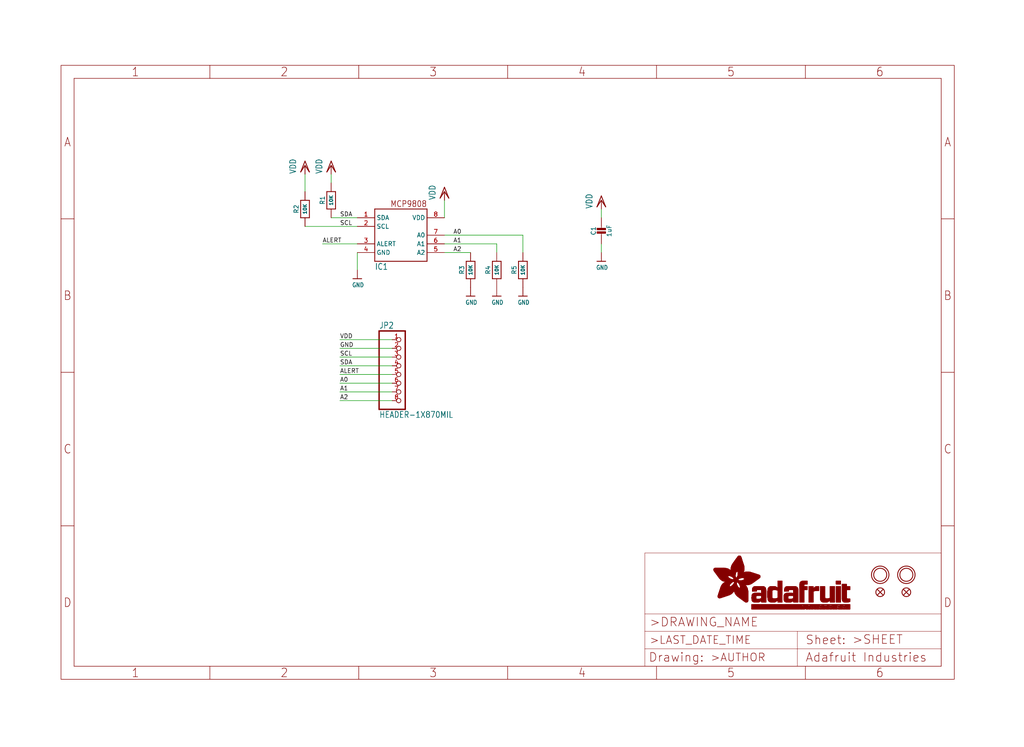
<source format=kicad_sch>
(kicad_sch (version 20211123) (generator eeschema)
  (paper "User" 298.45 217.881)
  (lib_symbols
    (symbol "eagleSchem-eagle-import:CAP_CERAMIC_0805MP"
      (property "Reference" "C" (at -2.29 1.25 90))
      (property "Value" "CAP_CERAMIC_0805MP" (at 2.3 1.25 90))
      (symbol "CAP_CERAMIC_0805MP_1_0"
        (pin passive line (at 0 5.08 270) (length 2.54) (name "1") (number "1"))
        (pin passive line (at 0 -2.54 90) (length 2.54) (name "2") (number "2"))
      )
    )
    (symbol "eagleSchem-eagle-import:FIDUCIAL{dblquote}{dblquote}")
    (symbol "eagleSchem-eagle-import:FRAME_A4_ADAFRUIT"
      (symbol "FRAME_A4_ADAFRUIT_0_0"
        (text "1" (at 21.6958 1.905 0) (effects (font (size 2.54 2.286))))
        (text "1" (at 21.6958 177.165 0) (effects (font (size 2.54 2.286))))
        (text "2" (at 65.0875 1.905 0) (effects (font (size 2.54 2.286))))
        (text "2" (at 65.0875 177.165 0) (effects (font (size 2.54 2.286))))
        (text "3" (at 108.4792 1.905 0) (effects (font (size 2.54 2.286))))
        (text "3" (at 108.4792 177.165 0) (effects (font (size 2.54 2.286))))
        (text "4" (at 151.8708 1.905 0) (effects (font (size 2.54 2.286))))
        (text "4" (at 151.8708 177.165 0) (effects (font (size 2.54 2.286))))
        (text "5" (at 195.2625 1.905 0) (effects (font (size 2.54 2.286))))
        (text "5" (at 195.2625 177.165 0) (effects (font (size 2.54 2.286))))
        (text "6" (at 238.6542 1.905 0) (effects (font (size 2.54 2.286))))
        (text "6" (at 238.6542 177.165 0) (effects (font (size 2.54 2.286))))
        (text "A" (at 1.905 156.6863 0) (effects (font (size 2.54 2.286))))
        (text "A" (at 258.445 156.6863 0) (effects (font (size 2.54 2.286))))
        (text "B" (at 1.905 111.9188 0) (effects (font (size 2.54 2.286))))
        (text "B" (at 258.445 111.9188 0) (effects (font (size 2.54 2.286))))
        (text "C" (at 1.905 67.1513 0) (effects (font (size 2.54 2.286))))
        (text "C" (at 258.445 67.1513 0) (effects (font (size 2.54 2.286))))
        (text "D" (at 1.905 22.3838 0) (effects (font (size 2.54 2.286))))
        (text "D" (at 258.445 22.3838 0) (effects (font (size 2.54 2.286))))
      )
      (symbol "FRAME_A4_ADAFRUIT_1_0"
        (text ">AUTHOR" (at 189.23 5.08 0) (effects (font (size 2.286 2.286)) (justify left bottom)))
        (text ">DRAWING_NAME" (at 171.45 15.24 0) (effects (font (size 2.54 2.54)) (justify left bottom)))
        (text ">LAST_DATE_TIME" (at 171.45 10.16 0) (effects (font (size 2.286 2.286)) (justify left bottom)))
        (text ">SHEET" (at 230.505 10.16 0) (effects (font (size 2.54 2.54)) (justify left bottom)))
        (text "Adafruit Industries" (at 216.916 4.953 0) (effects (font (size 2.54 2.54)) (justify left bottom)))
        (text "Drawing:" (at 171.196 4.953 0) (effects (font (size 2.54 2.54)) (justify left bottom)))
        (text "Sheet:" (at 216.916 10.033 0) (effects (font (size 2.54 2.54)) (justify left bottom)))
      )
    )
    (symbol "eagleSchem-eagle-import:GND" (power)
      (property "Value" "GND" (at -1.524 -2.54 0))
      (symbol "GND_1_0"
        (pin power_in line (at 0 2.54 270) (length 2.54) (name "GND") (number "1"))
      )
    )
    (symbol "eagleSchem-eagle-import:HEADER-1X870MIL"
      (property "Reference" "JP" (at -6.35 13.335 0))
      (property "Value" "HEADER-1X870MIL" (at -6.35 -12.7 0))
      (symbol "HEADER-1X870MIL_1_0"
        (pin passive inverted (at -2.54 10.16 0) (length 2.54) (name "1") (number "1"))
        (pin passive inverted (at -2.54 7.62 0) (length 2.54) (name "2") (number "2"))
        (pin passive inverted (at -2.54 5.08 0) (length 2.54) (name "3") (number "3"))
        (pin passive inverted (at -2.54 2.54 0) (length 2.54) (name "4") (number "4"))
        (pin passive inverted (at -2.54 0 0) (length 2.54) (name "5") (number "5"))
        (pin passive inverted (at -2.54 -2.54 0) (length 2.54) (name "6") (number "6"))
        (pin passive inverted (at -2.54 -5.08 0) (length 2.54) (name "7") (number "7"))
        (pin passive inverted (at -2.54 -7.62 0) (length 2.54) (name "8") (number "8"))
      )
    )
    (symbol "eagleSchem-eagle-import:MCP9808-E{slash}MS"
      (property "Reference" "IC" (at -7.62 -10.16 0))
      (symbol "MCP9808-E{slash}MS_1_0"
        (text "MCP9808" (at 7.62 10.16 0) (effects (font (size 1.778 1.5113)) (justify right top)))
        (pin bidirectional line (at -12.7 5.08 0) (length 5.08) (name "SDA") (number "1"))
        (pin bidirectional line (at -12.7 2.54 0) (length 5.08) (name "SCL") (number "2"))
        (pin open_collector line (at -12.7 -2.54 0) (length 5.08) (name "ALERT") (number "3"))
        (pin power_in line (at -12.7 -5.08 0) (length 5.08) (name "GND") (number "4"))
        (pin input line (at 12.7 -5.08 180) (length 5.08) (name "A2") (number "5"))
        (pin input line (at 12.7 -2.54 180) (length 5.08) (name "A1") (number "6"))
        (pin input line (at 12.7 0 180) (length 5.08) (name "A0") (number "7"))
        (pin power_in line (at 12.7 5.08 180) (length 5.08) (name "VDD") (number "8"))
      )
    )
    (symbol "eagleSchem-eagle-import:MOUNTINGHOLE2.5")
    (symbol "eagleSchem-eagle-import:RESISTOR0805_NOOUTLINE"
      (property "Reference" "R" (at 0 2.54 0))
      (property "Value" "RESISTOR0805_NOOUTLINE" (at 0 0 0))
      (symbol "RESISTOR0805_NOOUTLINE_1_0"
        (pin passive line (at -5.08 0 0) (length 2.54) (name "1") (number "1"))
        (pin passive line (at 5.08 0 180) (length 2.54) (name "2") (number "2"))
      )
    )
    (symbol "eagleSchem-eagle-import:VDD" (power)
      (property "Value" "VDD" (at -2.54 -2.54 90))
      (symbol "VDD_1_0"
        (pin power_in line (at 0 -2.54 90) (length 2.54) (name "VDD") (number "1"))
      )
    )
  )
  (wire (pts (xy 104.14 78.74) (xy 104.14 73.66)))
  (wire (pts (xy 99.06 116.84) (xy 114.3 116.84)))
  (wire (pts (xy 88.9 55.88) (xy 88.9 50.8)))
  (wire (pts (xy 96.52 50.8) (xy 96.52 53.34)))
  (wire (pts (xy 99.06 106.68) (xy 114.3 106.68)))
  (wire (pts (xy 114.3 114.3) (xy 99.06 114.3)))
  (wire (pts (xy 96.52 63.5) (xy 104.14 63.5)))
  (wire (pts (xy 114.3 104.14) (xy 99.06 104.14)))
  (wire (pts (xy 129.54 58.42) (xy 129.54 63.5)))
  (wire (pts (xy 175.26 73.66) (xy 175.26 71.12)))
  (wire (pts (xy 114.3 109.22) (xy 99.06 109.22)))
  (wire (pts (xy 104.14 71.12) (xy 93.98 71.12)))
  (wire (pts (xy 129.54 71.12) (xy 144.78 71.12)))
  (wire (pts (xy 104.14 66.04) (xy 88.9 66.04)))
  (wire (pts (xy 99.06 111.76) (xy 114.3 111.76)))
  (wire (pts (xy 144.78 71.12) (xy 144.78 73.66)))
  (wire (pts (xy 129.54 73.66) (xy 137.16 73.66)))
  (wire (pts (xy 114.3 101.6) (xy 99.06 101.6)))
  (wire (pts (xy 114.3 99.06) (xy 99.06 99.06)))
  (wire (pts (xy 175.26 63.5) (xy 175.26 60.96)))
  (wire (pts (xy 129.54 68.58) (xy 152.4 68.58)))
  (wire (pts (xy 152.4 68.58) (xy 152.4 73.66)))
  (label "ALERT" (at 93.98 71.12 0) (effects (font (size 1.2446 1.2446))))
  (label "VDD" (at 99.06 99.06 0) (effects (font (size 1.2446 1.2446))))
  (label "A2" (at 132.08 73.66 0) (effects (font (size 1.2446 1.2446))))
  (label "SDA" (at 99.06 106.68 0) (effects (font (size 1.2446 1.2446))))
  (label "SCL" (at 99.06 104.14 0) (effects (font (size 1.2446 1.2446))))
  (label "A1" (at 99.06 114.3 0) (effects (font (size 1.2446 1.2446))))
  (label "A2" (at 99.06 116.84 0) (effects (font (size 1.2446 1.2446))))
  (label "A0" (at 99.06 111.76 0) (effects (font (size 1.2446 1.2446))))
  (label "A1" (at 132.08 71.12 0) (effects (font (size 1.2446 1.2446))))
  (label "SCL" (at 99.06 66.04 0) (effects (font (size 1.2446 1.2446))))
  (label "SDA" (at 99.06 63.5 0) (effects (font (size 1.2446 1.2446))))
  (label "ALERT" (at 99.06 109.22 0) (effects (font (size 1.2446 1.2446))))
  (label "GND" (at 99.06 101.6 0) (effects (font (size 1.2446 1.2446))))
  (label "A0" (at 132.08 68.58 0) (effects (font (size 1.2446 1.2446))))
  (symbol (lib_id "eagleSchem-eagle-import:CAP_CERAMIC_0805MP") (at 175.26 68.58 0) (unit 1)
    (property "Reference" "C1" (at 172.97 67.33 90))
    (property "Value" "1uF" (at 177.56 67.33 90))
    (property "Footprint" "eagleSchem:_0805MP" (effects hide))
  )
  (symbol (lib_id "eagleSchem-eagle-import:MOUNTINGHOLE2.5") (at 264.16 167.64 0) (unit 1)
    (property "Reference" "U$5" (effects hide))
    (property "Value" "MOUNTINGHOLE2.5" (effects hide))
    (property "Footprint" "eagleSchem:MOUNTINGHOLE_2.5_PLATED" (effects hide))
  )
  (symbol (lib_id "eagleSchem-eagle-import:HEADER-1X870MIL") (at 116.84 109.22 0) (unit 1)
    (property "Reference" "JP2" (at 110.49 95.885 0) (effects (font (size 1.778 1.5113)) (justify left bottom)))
    (property "Value" "HEADER-1X870MIL" (at 110.49 121.92 0) (effects (font (size 1.778 1.5113)) (justify left bottom)))
    (property "Footprint" "eagleSchem:1X08_ROUND_70" (effects hide))
  )
  (symbol (lib_id "eagleSchem-eagle-import:FIDUCIAL{dblquote}{dblquote}") (at 264.16 172.72 0) (unit 1)
    (property "Reference" "FID2" (effects hide))
    (property "Value" "FIDUCIAL{dblquote}{dblquote}" (effects hide))
    (property "Footprint" "eagleSchem:FIDUCIAL_1MM" (effects hide))
  )
  (symbol (lib_id "eagleSchem-eagle-import:GND") (at 144.78 86.36 0) (unit 1)
    (property "Reference" "#U$8" (effects hide))
    (property "Value" "GND" (at 143.256 88.9 0) (effects (font (size 1.27 1.0795)) (justify left bottom)))
    (property "Footprint" "eagleSchem:" (effects hide))
  )
  (symbol (lib_id "eagleSchem-eagle-import:RESISTOR0805_NOOUTLINE") (at 152.4 78.74 90) (unit 1)
    (property "Reference" "R5" (at 149.86 78.74 0))
    (property "Value" "10K" (at 152.4 78.74 0) (effects (font (size 1.016 1.016) bold)))
    (property "Footprint" "eagleSchem:0805-NO" (effects hide))
  )
  (symbol (lib_id "eagleSchem-eagle-import:MOUNTINGHOLE2.5") (at 256.54 167.64 0) (unit 1)
    (property "Reference" "U$3" (effects hide))
    (property "Value" "MOUNTINGHOLE2.5" (effects hide))
    (property "Footprint" "eagleSchem:MOUNTINGHOLE_2.5_PLATED" (effects hide))
  )
  (symbol (lib_id "eagleSchem-eagle-import:VDD") (at 96.52 48.26 0) (unit 1)
    (property "Reference" "#VDD4" (effects hide))
    (property "Value" "VDD" (at 93.98 50.8 90) (effects (font (size 1.778 1.5113)) (justify left bottom)))
    (property "Footprint" "eagleSchem:" (effects hide))
  )
  (symbol (lib_id "eagleSchem-eagle-import:RESISTOR0805_NOOUTLINE") (at 137.16 78.74 90) (unit 1)
    (property "Reference" "R3" (at 134.62 78.74 0))
    (property "Value" "10K" (at 137.16 78.74 0) (effects (font (size 1.016 1.016) bold)))
    (property "Footprint" "eagleSchem:0805-NO" (effects hide))
  )
  (symbol (lib_id "eagleSchem-eagle-import:GND") (at 137.16 86.36 0) (unit 1)
    (property "Reference" "#U$7" (effects hide))
    (property "Value" "GND" (at 135.636 88.9 0) (effects (font (size 1.27 1.0795)) (justify left bottom)))
    (property "Footprint" "eagleSchem:" (effects hide))
  )
  (symbol (lib_id "eagleSchem-eagle-import:GND") (at 175.26 76.2 0) (unit 1)
    (property "Reference" "#U$6" (effects hide))
    (property "Value" "GND" (at 173.736 78.74 0) (effects (font (size 1.27 1.0795)) (justify left bottom)))
    (property "Footprint" "eagleSchem:" (effects hide))
  )
  (symbol (lib_id "eagleSchem-eagle-import:GND") (at 104.14 81.28 0) (unit 1)
    (property "Reference" "#U$2" (effects hide))
    (property "Value" "GND" (at 102.616 83.82 0) (effects (font (size 1.27 1.0795)) (justify left bottom)))
    (property "Footprint" "eagleSchem:" (effects hide))
  )
  (symbol (lib_id "eagleSchem-eagle-import:VDD") (at 88.9 48.26 0) (unit 1)
    (property "Reference" "#VDD3" (effects hide))
    (property "Value" "VDD" (at 86.36 50.8 90) (effects (font (size 1.778 1.5113)) (justify left bottom)))
    (property "Footprint" "eagleSchem:" (effects hide))
  )
  (symbol (lib_id "eagleSchem-eagle-import:VDD") (at 175.26 58.42 0) (unit 1)
    (property "Reference" "#VDD2" (effects hide))
    (property "Value" "VDD" (at 172.72 60.96 90) (effects (font (size 1.778 1.5113)) (justify left bottom)))
    (property "Footprint" "eagleSchem:" (effects hide))
  )
  (symbol (lib_id "eagleSchem-eagle-import:MCP9808-E{slash}MS") (at 116.84 68.58 0) (unit 1)
    (property "Reference" "IC1" (at 109.22 78.74 0) (effects (font (size 1.778 1.5113)) (justify left bottom)))
    (property "Value" "MCP9808-E{slash}MS" (effects hide))
    (property "Footprint" "eagleSchem:MSOP8_0.65MM" (effects hide))
  )
  (symbol (lib_id "eagleSchem-eagle-import:FRAME_A4_ADAFRUIT") (at 17.78 198.12 0) (unit 1)
    (property "Reference" "#U$1" (effects hide))
    (property "Value" "FRAME_A4_ADAFRUIT" (effects hide))
    (property "Footprint" "eagleSchem:" (effects hide))
  )
  (symbol (lib_id "eagleSchem-eagle-import:GND") (at 152.4 86.36 0) (unit 1)
    (property "Reference" "#U$9" (effects hide))
    (property "Value" "GND" (at 150.876 88.9 0) (effects (font (size 1.27 1.0795)) (justify left bottom)))
    (property "Footprint" "eagleSchem:" (effects hide))
  )
  (symbol (lib_id "eagleSchem-eagle-import:FIDUCIAL{dblquote}{dblquote}") (at 256.54 172.72 0) (unit 1)
    (property "Reference" "FID1" (effects hide))
    (property "Value" "FIDUCIAL{dblquote}{dblquote}" (effects hide))
    (property "Footprint" "eagleSchem:FIDUCIAL_1MM" (effects hide))
  )
  (symbol (lib_id "eagleSchem-eagle-import:VDD") (at 129.54 55.88 0) (unit 1)
    (property "Reference" "#VDD1" (effects hide))
    (property "Value" "VDD" (at 127 58.42 90) (effects (font (size 1.778 1.5113)) (justify left bottom)))
    (property "Footprint" "eagleSchem:" (effects hide))
  )
  (symbol (lib_id "eagleSchem-eagle-import:RESISTOR0805_NOOUTLINE") (at 144.78 78.74 90) (unit 1)
    (property "Reference" "R4" (at 142.24 78.74 0))
    (property "Value" "10K" (at 144.78 78.74 0) (effects (font (size 1.016 1.016) bold)))
    (property "Footprint" "eagleSchem:0805-NO" (effects hide))
  )
  (symbol (lib_id "eagleSchem-eagle-import:RESISTOR0805_NOOUTLINE") (at 88.9 60.96 90) (unit 1)
    (property "Reference" "R2" (at 86.36 60.96 0))
    (property "Value" "10K" (at 88.9 60.96 0) (effects (font (size 1.016 1.016) bold)))
    (property "Footprint" "eagleSchem:0805-NO" (effects hide))
  )
  (symbol (lib_id "eagleSchem-eagle-import:RESISTOR0805_NOOUTLINE") (at 96.52 58.42 90) (unit 1)
    (property "Reference" "R1" (at 93.98 58.42 0))
    (property "Value" "10K" (at 96.52 58.42 0) (effects (font (size 1.016 1.016) bold)))
    (property "Footprint" "eagleSchem:0805-NO" (effects hide))
  )
)
</source>
